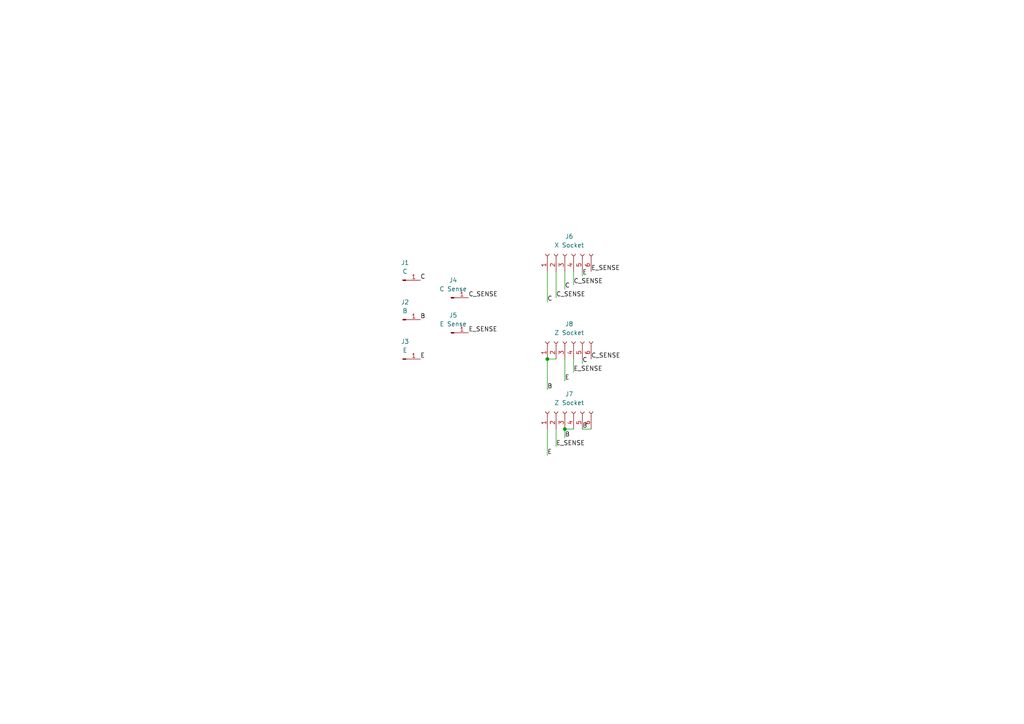
<source format=kicad_sch>
(kicad_sch (version 20230121) (generator eeschema)
  (paper "A4")
  (lib_symbols
    (symbol "Connector:Conn_01x01_Pin" (pin_names (offset 1.016) hide)
      (property "Reference" "J" (at 0 2.54 0))
      (property "Value" "Conn_01x01_Pin" (at 0 -2.54 0))
      (symbol "Conn_01x01_Pin_1_1"
        (polyline (pts (xy 1.27 0) (xy 0.8636 0)) (stroke (width 0.1524)))
        (rectangle (start 0.8636 0.127) (end 0 -0.127) (stroke (width 0.1524)) (fill (type outline)))
        (pin passive line (at 5.08 0 180) (length 3.81) (name "Pin_1") (number "1"))
      )
    )
    (symbol "Connector:Conn_01x06_Socket" (pin_names (offset 1.016) hide)
      (property "Reference" "J" (at 0 7.62 0))
      (property "Value" "Conn_01x06_Socket" (at 0 -10.16 0))
      (symbol "Conn_01x06_Socket_1_1"
        (arc (start 0 -7.112) (mid -0.5058 -7.62) (end 0 -8.128) (stroke (width 0.1524)))
        (arc (start 0 -4.572) (mid -0.5058 -5.08) (end 0 -5.588) (stroke (width 0.1524)))
        (arc (start 0 -2.032) (mid -0.5058 -2.54) (end 0 -3.048) (stroke (width 0.1524)))
        (polyline (pts (xy -1.27 -7.62) (xy -0.508 -7.62)) (stroke (width 0.1524)))
        (polyline (pts (xy -1.27 -5.08) (xy -0.508 -5.08)) (stroke (width 0.1524)))
        (polyline (pts (xy -1.27 -2.54) (xy -0.508 -2.54)) (stroke (width 0.1524)))
        (polyline (pts (xy -1.27 0) (xy -0.508 0)) (stroke (width 0.1524)))
        (polyline (pts (xy -1.27 2.54) (xy -0.508 2.54)) (stroke (width 0.1524)))
        (polyline (pts (xy -1.27 5.08) (xy -0.508 5.08)) (stroke (width 0.1524)))
        (arc (start 0 0.508) (mid -0.5058 0) (end 0 -0.508) (stroke (width 0.1524)))
        (arc (start 0 3.048) (mid -0.5058 2.54) (end 0 2.032) (stroke (width 0.1524)))
        (arc (start 0 5.588) (mid -0.5058 5.08) (end 0 4.572) (stroke (width 0.1524)))
        (pin passive line (at -5.08 5.08 0) (length 3.81) (name "Pin_1") (number "1"))
        (pin passive line (at -5.08 2.54 0) (length 3.81) (name "Pin_2") (number "2"))
        (pin passive line (at -5.08 0 0) (length 3.81) (name "Pin_3") (number "3"))
        (pin passive line (at -5.08 -2.54 0) (length 3.81) (name "Pin_4") (number "4"))
        (pin passive line (at -5.08 -5.08 0) (length 3.81) (name "Pin_5") (number "5"))
        (pin passive line (at -5.08 -7.62 0) (length 3.81) (name "Pin_6") (number "6"))
      )
    )
  )
  (junction (at 158.75 104.14))
  (junction (at 163.83 124.46))
  (wire (pts (xy 158.75 132.08) (xy 158.75 124.46)))
  (wire (pts (xy 163.83 127) (xy 163.83 124.46)))
  (wire (pts (xy 158.75 87.63) (xy 158.75 78.74)))
  (wire (pts (xy 161.29 129.54) (xy 161.29 124.46)))
  (wire (pts (xy 166.37 82.55) (xy 166.37 78.74)))
  (wire (pts (xy 161.29 86.36) (xy 161.29 78.74)))
  (wire (pts (xy 168.91 124.46) (xy 171.45 124.46)))
  (wire (pts (xy 168.91 80.01) (xy 168.91 78.74)))
  (wire (pts (xy 158.75 113.03) (xy 158.75 104.14)))
  (wire (pts (xy 166.37 107.95) (xy 166.37 104.14)))
  (wire (pts (xy 163.83 83.82) (xy 163.83 78.74)))
  (wire (pts (xy 163.83 110.49) (xy 163.83 104.14)))
  (wire (pts (xy 158.75 104.14) (xy 161.29 104.14)))
  (wire (pts (xy 163.83 124.46) (xy 166.37 124.46)))
  (wire (pts (xy 168.91 105.41) (xy 168.91 104.14)))
  (label "E" (at 163.83 110.49 0))
  (label "E_SENSE" (at 166.37 107.95 0))
  (label "C" (at 158.75 87.63 0))
  (label "E" (at 158.75 132.08 0))
  (label "E_SENSE" (at 135.89 96.52 0))
  (label "B" (at 158.75 113.03 0))
  (label "B" (at 168.91 124.46 0))
  (label "C" (at 168.91 105.41 0))
  (label "C_SENSE" (at 166.37 82.55 0))
  (label "E_SENSE" (at 161.29 129.54 0))
  (label "C" (at 121.92 81.28 0))
  (label "C" (at 163.83 83.82 0))
  (label "C_SENSE" (at 135.89 86.36 0))
  (label "E_SENSE" (at 171.45 78.74 0))
  (label "C_SENSE" (at 171.45 104.14 0))
  (label "E" (at 168.91 80.01 0))
  (label "C_SENSE" (at 161.29 86.36 0))
  (label "E" (at 121.92 104.14 0))
  (label "B" (at 121.92 92.71 0))
  (label "B" (at 163.83 127 0))
  (symbol (lib_id "Connector:Conn_01x01_Pin") (at 130.81 86.36 0) (unit 1)
    (property "Reference" "J4" (at 131.445 81.28 0))
    (property "Value" "C Sense" (at 131.445 83.82 0))
    (property "Footprint" "MountingHole:MountingHole_4mm_Pad_TopBottom" (effects hide))
  )
  (symbol (lib_id "Connector:Conn_01x06_Socket") (at 163.83 119.38 90) (unit 1)
    (property "Reference" "J7" (at 165.1 114.3 90))
    (property "Value" "Z Socket" (at 165.1 116.84 90))
    (property "Footprint" "Connector_PinSocket_2.54mm:PinSocket_1x06_P2.54mm_Vertical" (effects hide))
  )
  (symbol (lib_id "Connector:Conn_01x06_Socket") (at 163.83 99.06 90) (unit 1)
    (property "Reference" "J8" (at 165.1 93.98 90))
    (property "Value" "Z Socket" (at 165.1 96.52 90))
    (property "Footprint" "Connector_PinSocket_2.54mm:PinSocket_1x06_P2.54mm_Vertical" (effects hide))
  )
  (symbol (lib_id "Connector:Conn_01x01_Pin") (at 116.84 104.14 0) (unit 1)
    (property "Reference" "J3" (at 117.475 99.06 0))
    (property "Value" "E" (at 117.475 101.6 0))
    (property "Footprint" "MountingHole:MountingHole_4mm_Pad_TopBottom" (effects hide))
  )
  (symbol (lib_id "Connector:Conn_01x01_Pin") (at 130.81 96.52 0) (unit 1)
    (property "Reference" "J5" (at 131.445 91.44 0))
    (property "Value" "E Sense" (at 131.445 93.98 0))
    (property "Footprint" "MountingHole:MountingHole_4mm_Pad_TopBottom" (effects hide))
  )
  (symbol (lib_id "Connector:Conn_01x01_Pin") (at 116.84 81.28 0) (unit 1)
    (property "Reference" "J1" (at 117.475 76.2 0))
    (property "Value" "C" (at 117.475 78.74 0))
    (property "Footprint" "MountingHole:MountingHole_4mm_Pad_TopBottom" (effects hide))
  )
  (symbol (lib_id "Connector:Conn_01x06_Socket") (at 163.83 73.66 90) (unit 1)
    (property "Reference" "J6" (at 165.1 68.58 90))
    (property "Value" "X Socket" (at 165.1 71.12 90))
    (property "Footprint" "Connector_PinSocket_2.54mm:PinSocket_1x06_P2.54mm_Vertical" (effects hide))
  )
  (symbol (lib_id "Connector:Conn_01x01_Pin") (at 116.84 92.71 0) (unit 1)
    (property "Reference" "J2" (at 117.475 87.63 0))
    (property "Value" "B" (at 117.475 90.17 0))
    (property "Footprint" "MountingHole:MountingHole_4mm_Pad_TopBottom" (effects hide))
  )
)
</source>
